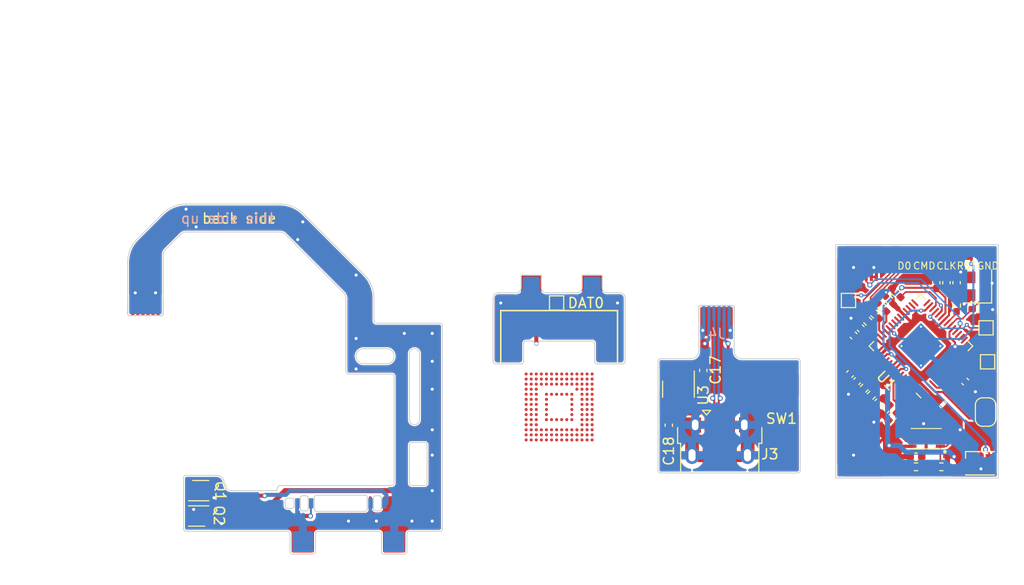
<source format=kicad_pcb>
(kicad_pcb (version 20221018) (generator pcbnew)

  (general
    (thickness 0.115)
  )

  (paper "A4")
  (layers
    (0 "F.Cu" signal)
    (31 "B.Cu" signal)
    (32 "B.Adhes" user "B.Adhesive")
    (33 "F.Adhes" user "F.Adhesive")
    (34 "B.Paste" user)
    (35 "F.Paste" user)
    (36 "B.SilkS" user "B.Silkscreen")
    (37 "F.SilkS" user "F.Silkscreen")
    (38 "B.Mask" user)
    (39 "F.Mask" user)
    (40 "Dwgs.User" user "User.Drawings")
    (41 "Cmts.User" user "User.Comments")
    (42 "Eco1.User" user "User.Eco1")
    (43 "Eco2.User" user "User.Eco2")
    (44 "Edge.Cuts" user)
    (45 "Margin" user)
    (46 "B.CrtYd" user "B.Courtyard")
    (47 "F.CrtYd" user "F.Courtyard")
    (48 "B.Fab" user)
    (49 "F.Fab" user)
    (50 "User.1" user)
    (51 "User.2" user)
    (52 "User.3" user)
    (53 "User.4" user)
    (54 "User.5" user)
    (55 "User.6" user)
    (56 "User.7" user)
    (57 "User.8" user)
    (58 "User.9" user)
  )

  (setup
    (stackup
      (layer "F.SilkS" (type "Top Silk Screen"))
      (layer "F.Paste" (type "Top Solder Paste"))
      (layer "F.Mask" (type "Top Solder Mask") (thickness 0.01))
      (layer "F.Cu" (type "copper") (thickness 0.035))
      (layer "dielectric 1" (type "core") (color "Polyimide") (thickness 0.025) (material "Polyimide") (epsilon_r 3.2) (loss_tangent 0.004))
      (layer "B.Cu" (type "copper") (thickness 0.035))
      (layer "B.Mask" (type "Bottom Solder Mask") (thickness 0.01))
      (layer "B.Paste" (type "Bottom Solder Paste"))
      (layer "B.SilkS" (type "Bottom Silk Screen"))
      (copper_finish "None")
      (dielectric_constraints no)
    )
    (pad_to_mask_clearance 0)
    (pcbplotparams
      (layerselection 0x00010fc_ffffffff)
      (plot_on_all_layers_selection 0x0000000_00000000)
      (disableapertmacros false)
      (usegerberextensions false)
      (usegerberattributes true)
      (usegerberadvancedattributes true)
      (creategerberjobfile true)
      (dashed_line_dash_ratio 12.000000)
      (dashed_line_gap_ratio 3.000000)
      (svgprecision 4)
      (plotframeref false)
      (viasonmask false)
      (mode 1)
      (useauxorigin false)
      (hpglpennumber 1)
      (hpglpenspeed 20)
      (hpglpendiameter 15.000000)
      (dxfpolygonmode true)
      (dxfimperialunits true)
      (dxfusepcbnewfont true)
      (psnegative false)
      (psa4output false)
      (plotreference true)
      (plotvalue true)
      (plotinvisibletext false)
      (sketchpadsonfab false)
      (subtractmaskfromsilk false)
      (outputformat 1)
      (mirror false)
      (drillshape 1)
      (scaleselection 1)
      (outputdirectory "")
    )
  )

  (net 0 "")
  (net 1 "+3V3")
  (net 2 "GND")
  (net 3 "/XIN")
  (net 4 "Net-(C3-Pad2)")
  (net 5 "+1V1")
  (net 6 "GND1")
  (net 7 "VBUS")
  (net 8 "unconnected-(D1-DOUT-Pad2)")
  (net 9 "/STATUS_LED")
  (net 10 "Net-(J6-Pin_3)")
  (net 11 "GND2")
  (net 12 "/QSPI_~{CS}")
  (net 13 "/~{USB_BOOT}")
  (net 14 "/XOUT")
  (net 15 "/USB_DP")
  (net 16 "/DP")
  (net 17 "/NX_CLK")
  (net 18 "Net-(U1-GPIO27_ADC1)")
  (net 19 "/NX_CMD")
  (net 20 "Net-(U1-GPIO28_ADC2)")
  (net 21 "/NX_D0")
  (net 22 "Net-(U1-GPIO29_ADC3)")
  (net 23 "/RP2040_~{USB_BOOT}")
  (net 24 "/TRAINING_RESET_A")
  (net 25 "/TRAINING_RESET_B")
  (net 26 "unconnected-(U1-GPIO2-Pad4)")
  (net 27 "unconnected-(U1-GPIO3-Pad5)")
  (net 28 "unconnected-(U1-GPIO4-Pad6)")
  (net 29 "unconnected-(U1-GPIO5-Pad7)")
  (net 30 "unconnected-(U1-GPIO6-Pad8)")
  (net 31 "unconnected-(U1-GPIO7-Pad9)")
  (net 32 "unconnected-(U1-GPIO8-Pad11)")
  (net 33 "unconnected-(U1-GPIO9-Pad12)")
  (net 34 "unconnected-(U1-GPIO10-Pad13)")
  (net 35 "unconnected-(U1-GPIO11-Pad14)")
  (net 36 "unconnected-(U1-GPIO12-Pad15)")
  (net 37 "unconnected-(U1-GPIO13-Pad16)")
  (net 38 "unconnected-(U1-GPIO14-Pad17)")
  (net 39 "/NX_CPU")
  (net 40 "/SWCLK")
  (net 41 "/SWD")
  (net 42 "/RUN")
  (net 43 "unconnected-(U1-GPIO17-Pad28)")
  (net 44 "unconnected-(U1-GPIO18-Pad29)")
  (net 45 "unconnected-(U1-GPIO19-Pad30)")
  (net 46 "unconnected-(U1-GPIO20-Pad31)")
  (net 47 "unconnected-(U1-GPIO21-Pad32)")
  (net 48 "unconnected-(U1-GPIO22-Pad34)")
  (net 49 "unconnected-(U1-GPIO23-Pad35)")
  (net 50 "unconnected-(U1-GPIO24-Pad36)")
  (net 51 "unconnected-(U1-GPIO25-Pad37)")
  (net 52 "/NX_RST")
  (net 53 "/QSPI_SD3")
  (net 54 "/QSPI_CLK")
  (net 55 "/QSPI_SD0")
  (net 56 "/QSPI_SD2")
  (net 57 "/QSPI_SD1")
  (net 58 "/D+")
  (net 59 "/D-")
  (net 60 "Net-(C16-Pad1)")
  (net 61 "Net-(C15-Pad1)")
  (net 62 "/DAT0")
  (net 63 "GND3")
  (net 64 "unconnected-(J3-ID-Pad4)")
  (net 65 "/USB_DN")
  (net 66 "/DN")

  (footprint "TestPoint:TestPoint_Pad_1.0x1.0mm" (layer "F.Cu") (at 167.25 52.5))

  (footprint "Capacitor_SMD:C_0402_1005Metric_Pad0.74x0.62mm_HandSolder" (layer "F.Cu") (at 178.75 60.5 135))

  (footprint "Capacitor_SMD:C_0402_1005Metric_Pad0.74x0.62mm_HandSolder" (layer "F.Cu") (at 168.1 60.45 45))

  (footprint "Capacitor_SMD:C_0402_1005Metric_Pad0.74x0.62mm_HandSolder" (layer "F.Cu") (at 177.9 50.75 -90))

  (footprint "Resistor_SMD:R_0402_1005Metric_Pad0.72x0.64mm_HandSolder" (layer "F.Cu") (at 171.95 51.75 -45))

  (footprint "TestPoint:TestPoint_Pad_1.0x1.0mm" (layer "F.Cu") (at 138.5 52.75))

  (footprint "Capacitor_SMD:C_0402_1005Metric_Pad0.74x0.62mm_HandSolder" (layer "F.Cu") (at 175.9 50.75 -90))

  (footprint "TestPoint:TestPoint_Pad_1.0x1.0mm" (layer "F.Cu") (at 177 48))

  (footprint "TestPoint:TestPoint_Pad_1.0x1.0mm" (layer "F.Cu") (at 181 48))

  (footprint "TestPoint:TestPoint_Pad_1.0x1.0mm" (layer "F.Cu") (at 180.8 55.2))

  (footprint "flexifly:HCTL_HC-FPC-05-09-6RLTAG_1x06-1MP_P0.50mm_Horizontal" (layer "F.Cu") (at 168.75 47.275 180))

  (footprint "TestPoint:TestPoint_Pad_1.0x1.0mm" (layer "F.Cu") (at 179 48))

  (footprint "Capacitor_SMD:C_0402_1005Metric_Pad0.74x0.62mm_HandSolder" (layer "F.Cu") (at 171.6 63.95 45))

  (footprint "Crystal:Crystal_SMD_2520-4Pin_2.5x2.0mm" (layer "F.Cu") (at 179.95 51.1 90))

  (footprint "Capacitor_SMD:C_0402_1005Metric_Pad0.74x0.62mm_HandSolder" (layer "F.Cu") (at 170.2 62.55 45))

  (footprint "flexifly:FBGA_153_P0.50mm" (layer "F.Cu") (at 138.75 63))

  (footprint "Resistor_SMD:R_0402_1005Metric_Pad0.72x0.64mm_HandSolder" (layer "F.Cu") (at 169.5 61.85 45))

  (footprint "Capacitor_SMD:C_0402_1005Metric_Pad0.74x0.62mm_HandSolder" (layer "F.Cu") (at 176.55 62.75 135))

  (footprint "Capacitor_SMD:C_0402_1005Metric_Pad0.74x0.62mm_HandSolder" (layer "F.Cu") (at 152.95 59.4 90))

  (footprint "flexifly:W25QxxxxUXxx" (layer "F.Cu") (at 174.9 66.125))

  (footprint "Capacitor_SMD:C_0402_1005Metric_Pad0.74x0.62mm_HandSolder" (layer "F.Cu") (at 176.9 50.75 -90))

  (footprint "TestPoint:TestPoint_Pad_1.0x1.0mm" (layer "F.Cu") (at 180.95 58.55))

  (footprint "TestPoint:TestPoint_Pad_1.0x1.0mm" (layer "F.Cu") (at 175 48))

  (footprint "Capacitor_SMD:C_0402_1005Metric_Pad0.74x0.62mm_HandSolder" (layer "F.Cu") (at 171.25 52.45 -45))

  (footprint "Capacitor_SMD:C_0402_1005Metric_Pad0.74x0.62mm_HandSolder" (layer "F.Cu") (at 149.55 64.8 -90))

  (footprint "TestPoint:TestPoint_Pad_1.0x1.0mm" (layer "F.Cu") (at 173 48))

  (footprint "flexifly:MicroFET_2x2" (layer "F.Cu") (at 103.25 73.75 90))

  (footprint "TestPoint:TestPoint_Pad_2.0x2.0mm" (layer "F.Cu") (at 136 51))

  (footprint "flexifly:Conn_BGA_shim" (layer "F.Cu") (at 136.5 56.75))

  (footprint "flexifly:SW_SPST_XKB_1187A-B-A-B" (layer "F.Cu") (at 158.75 60.95 180))

  (footprint "TestPoint:TestPoint_Pad_2.0x2.0mm" (layer "F.Cu") (at 142 51))

  (footprint "Capacitor_SMD:C_0402_1005Metric_Pad0.74x0.62mm_HandSolder" (layer "F.Cu") (at 168.45 55.25 -45))

  (footprint "Jumper:SolderJumper-2_P1.3mm_Open_RoundedPad1.0x1.5mm" (layer "F.Cu") (at 180.75 63.5 -90))

  (footprint "Package_TO_SOT_SMD:SOT-23-3" (layer "F.Cu") (at 150.5 61.25 -90))

  (footprint "Capacitor_SMD:C_0402_1005Metric_Pad0.74x0.62mm_HandSolder" (layer "F.Cu") (at 167.75 55.95 -45))

  (footprint "Capacitor_SMD:C_0402_1005Metric_Pad0.74x0.62mm_HandSolder" (layer "F.Cu") (at 180 53.35 180))

  (footprint "flexifly:MicroFET_2x2" (layer "F.Cu") (at 103.25 71.25 -90))

  (footprint "Resistor_SMD:R_0402_1005Metric_Pad0.72x0.64mm_HandSolder" (layer "F.Cu") (at 176.4 68.9 180))

  (footprint "flexifly:FPC_1x06_P0.50mm" (layer "F.Cu") (at 98 53.25 180))

  (footprint "LED_SMD:LED_WS2812B-2020_PLCC4_2.0x2.0mm" (layer "F.Cu") (at 180.2 68.55))

  (footprint "Capacitor_SMD:C_0402_1005Metric_Pad0.74x0.62mm_HandSolder" (layer "F.Cu") (at 170.9 63.25 45))

  (footprint "Capacitor_SMD:C_0402_1005Metric_Pad0.74x0.62mm_HandSolder" (layer "F.Cu") (at 173.9 67.9))

  (footprint "Capacitor_SMD:C_0402_1005Metric_Pad0.74x0.62mm_HandSolder" (layer "F.Cu") (at 167.4 59.75 -135))

  (footprint "Resistor_SMD:R_0402_1005Metric_Pad0.72x0.64mm_HandSolder" (layer "F.Cu") (at 173.9 68.9))

  (footprint "Resistor_SMD:R_0402_1005Metric_Pad0.72x0.64mm_HandSolder" (layer "F.Cu") (at 168.8 61.15 -135))

  (footprint "Connector_USB:USB_Micro-B_Amphenol_10103594-0001LF_Horizontal" (layer "F.Cu") (at 154.595 66.65))

  (footprint "Resistor_SMD:R_0402_1005Metric_Pad0.72x0.64mm_HandSolder" (layer "F.Cu") (at 170.55 53.15 -45))

  (footprint "Package_DFN_QFN:QFN-56-1EP_7x7mm_P0.4mm_EP3.2x3.2mm_ThermalVias" (layer "F.Cu") (at 174.384996 57 135))

  (footprint "Resistor_SMD:R_0402_1005Metric_Pad0.72x0.64mm_HandSolder" (layer "F.Cu") (at 169.15 54.55 -45))

  (footprint "Resistor_SMD:R_0402_1005Metric_Pad0.72x0.64mm_HandSolder" (layer "F.Cu")
    (tstamp f8da2db6-3c2a-40b3-af5f-577390df0c06)
    (at 169.85 53.85 -45)
    (descr "Resistor SMD 0402 (1005 Metric), square (rectangular) end terminal, IPC_7351 nominal with elongated pad for handsoldering. (Body size source: IPC-SM-782 page 72, https://www.pcb-3d.com/wordpress/wp-content/uploads/ipc-sm-782a_amendment_1_and_2.pdf), generated with kicad-footprint-generator")
    (tags "resistor handsolder")
    (property "Sheetfile" "flexifly.kicad_sch")
    (property "Sheetname" "")
    (property "ki_description" "Resistor")
    (property "ki_keywords" "R res resistor")
    (path "/9331f1a7-6c9c-4852-900b-8e2e578931f1")
    (attr smd)
    (fp_text reference "R7" (at 0 -1.17 135) (layer "F.SilkS") hide
        (effects (font (size 1 1) (thickness 0.15)))
      (tstamp 87e52bf9-496c-421f-b607-a65ddba3c8a1)
    )
    (fp_text value "47" (at 0 1.17 135) (layer "F.Fab")
        (effects (font (size 1 1) (thickness 0.15)))
      (tstamp 816be45f-c22a-4c8a-929b-c88a72f5805a)
    )
    (fp_text user "${REFERENCE}" (at 0 0 135) (layer "F.Fab")
        (effects (font (size 0.26 0.26) (thickness 0.04)))
      (tstamp f7f06830-9af8-4354-b364-c2b3f5f3c439)
    )
    (fp_line (start -0.167621 -0.38) (end 0.167621 -0.38)
      (stroke (width 0.12) (type solid)) (layer "F.SilkS") (tstamp 508cfacf-fbc3-43b6-90a6-e68fad9a523e))
    (fp_line (start -0.167621 0.38) (end 0.167621 0.38)
      (stroke (width 0.12) (type solid)) (layer "F.SilkS") (tstamp fd0226f9-b7cc-435e-850d-dfe3bb6d22c0))
    (fp_line (start -1.1 -0.47) (end 1.1 -0.47)
      (stroke (width 0.05) (type solid)) (layer "F.CrtYd") (tstamp 2c3cf2b6-4183-495a-8347-ad24dd68ac67))
    (fp_line (start -1.1 0.47) (end -1.1 -0.47)
      (stroke (width 0.05) (type solid)) (layer "F.CrtYd") (tstamp b226478b-8a4a-4438-aef9-509280d95251))
    (fp_line (start 1.1 -0.47) (end 1.1 0.47)
      (stroke (width 0.05) (type solid)) (layer "F.CrtYd") (tstamp b987197f-c7f6-42e8-85f0-35e9321826a2))
    (fp_line (start 1.1 0.47) (end -1.1 0.47)
      (stroke (width 0.05) (type solid)) (layer "F.CrtYd") (tstamp 0f5b2be2-c5a6-4825-b5fb-26de2714ae31))
    (fp_line (start -0.525 -0.27) (end 0.525 -0.27)
      (stroke (width 0.1) (type solid)) (layer "F.Fab") (tstamp d5332dc6-4744-4fea-982e-dc7fe284f483))
    (fp_line (start -0.525 0.27) (end -0.525 -0.27)
      (stroke (width 0.1) (type solid)) (layer "F.Fab") (tstamp 084313fe-b242-4414-b026-55783f106086))
    (fp_line (start 0.525 -0.27) (end 0.525 0.27)
      (stroke (width 0.1) (type solid)) (layer "F.Fab") (tstamp 613676da-5c7e-44cc-9a25-5e0189ec5cf7))
    (fp_line (start 0.525 0.27) (end -0.525 0.27)
      (stroke (width 0.1) (type solid)) (layer "F.Fab") (tstamp b102f3e0-cda5-4a48-97e8-b2c5ebb56b57))
    (pad "1" smd roundrect (at -0.5975 0 315) (size 0.715 0.64) (layers "F.Cu" "F.Paste" "F.Mask") (roundrect_rratio 0.25)
      (net 19 "/NX_CMD") (pintype "passive") (tstamp bdb7fdbc-3392-434b-b483-0b
... [321231 chars truncated]
</source>
